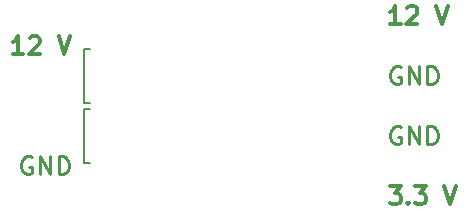
<source format=gbr>
G04 #@! TF.FileFunction,Other,ECO2*
%FSLAX46Y46*%
G04 Gerber Fmt 4.6, Leading zero omitted, Abs format (unit mm)*
G04 Created by KiCad (PCBNEW 4.0.7) date 04/01/18 13:37:29*
%MOMM*%
%LPD*%
G01*
G04 APERTURE LIST*
%ADD10C,0.100000*%
%ADD11C,0.200000*%
%ADD12C,0.250000*%
%ADD13C,0.300000*%
G04 APERTURE END LIST*
D10*
D11*
X115824000Y-115316000D02*
X115316000Y-115316000D01*
X115824000Y-105664000D02*
X115316000Y-105664000D01*
X115824000Y-110744000D02*
X115316000Y-110744000D01*
X115316000Y-110236000D02*
X115824000Y-110236000D01*
X115316000Y-105664000D02*
X115316000Y-110236000D01*
X115316000Y-110744000D02*
X115316000Y-115316000D01*
D12*
X110871428Y-114820000D02*
X110728571Y-114748571D01*
X110514285Y-114748571D01*
X110300000Y-114820000D01*
X110157142Y-114962857D01*
X110085714Y-115105714D01*
X110014285Y-115391429D01*
X110014285Y-115605714D01*
X110085714Y-115891429D01*
X110157142Y-116034286D01*
X110300000Y-116177143D01*
X110514285Y-116248571D01*
X110657142Y-116248571D01*
X110871428Y-116177143D01*
X110942857Y-116105714D01*
X110942857Y-115605714D01*
X110657142Y-115605714D01*
X111585714Y-116248571D02*
X111585714Y-114748571D01*
X112442857Y-116248571D01*
X112442857Y-114748571D01*
X113157143Y-116248571D02*
X113157143Y-114748571D01*
X113514286Y-114748571D01*
X113728571Y-114820000D01*
X113871429Y-114962857D01*
X113942857Y-115105714D01*
X114014286Y-115391429D01*
X114014286Y-115605714D01*
X113942857Y-115891429D01*
X113871429Y-116034286D01*
X113728571Y-116177143D01*
X113514286Y-116248571D01*
X113157143Y-116248571D01*
D13*
X110157144Y-106088571D02*
X109300001Y-106088571D01*
X109728573Y-106088571D02*
X109728573Y-104588571D01*
X109585716Y-104802857D01*
X109442858Y-104945714D01*
X109300001Y-105017143D01*
X110728572Y-104731429D02*
X110800001Y-104660000D01*
X110942858Y-104588571D01*
X111300001Y-104588571D01*
X111442858Y-104660000D01*
X111514287Y-104731429D01*
X111585715Y-104874286D01*
X111585715Y-105017143D01*
X111514287Y-105231429D01*
X110657144Y-106088571D01*
X111585715Y-106088571D01*
X113157143Y-104588571D02*
X113657143Y-106088571D01*
X114157143Y-104588571D01*
X141184286Y-117288571D02*
X142112857Y-117288571D01*
X141612857Y-117860000D01*
X141827143Y-117860000D01*
X141970000Y-117931429D01*
X142041429Y-118002857D01*
X142112857Y-118145714D01*
X142112857Y-118502857D01*
X142041429Y-118645714D01*
X141970000Y-118717143D01*
X141827143Y-118788571D01*
X141398571Y-118788571D01*
X141255714Y-118717143D01*
X141184286Y-118645714D01*
X142755714Y-118645714D02*
X142827142Y-118717143D01*
X142755714Y-118788571D01*
X142684285Y-118717143D01*
X142755714Y-118645714D01*
X142755714Y-118788571D01*
X143327143Y-117288571D02*
X144255714Y-117288571D01*
X143755714Y-117860000D01*
X143970000Y-117860000D01*
X144112857Y-117931429D01*
X144184286Y-118002857D01*
X144255714Y-118145714D01*
X144255714Y-118502857D01*
X144184286Y-118645714D01*
X144112857Y-118717143D01*
X143970000Y-118788571D01*
X143541428Y-118788571D01*
X143398571Y-118717143D01*
X143327143Y-118645714D01*
X145827142Y-117288571D02*
X146327142Y-118788571D01*
X146827142Y-117288571D01*
D12*
X142112857Y-112280000D02*
X141970000Y-112208571D01*
X141755714Y-112208571D01*
X141541429Y-112280000D01*
X141398571Y-112422857D01*
X141327143Y-112565714D01*
X141255714Y-112851429D01*
X141255714Y-113065714D01*
X141327143Y-113351429D01*
X141398571Y-113494286D01*
X141541429Y-113637143D01*
X141755714Y-113708571D01*
X141898571Y-113708571D01*
X142112857Y-113637143D01*
X142184286Y-113565714D01*
X142184286Y-113065714D01*
X141898571Y-113065714D01*
X142827143Y-113708571D02*
X142827143Y-112208571D01*
X143684286Y-113708571D01*
X143684286Y-112208571D01*
X144398572Y-113708571D02*
X144398572Y-112208571D01*
X144755715Y-112208571D01*
X144970000Y-112280000D01*
X145112858Y-112422857D01*
X145184286Y-112565714D01*
X145255715Y-112851429D01*
X145255715Y-113065714D01*
X145184286Y-113351429D01*
X145112858Y-113494286D01*
X144970000Y-113637143D01*
X144755715Y-113708571D01*
X144398572Y-113708571D01*
X142112857Y-107200000D02*
X141970000Y-107128571D01*
X141755714Y-107128571D01*
X141541429Y-107200000D01*
X141398571Y-107342857D01*
X141327143Y-107485714D01*
X141255714Y-107771429D01*
X141255714Y-107985714D01*
X141327143Y-108271429D01*
X141398571Y-108414286D01*
X141541429Y-108557143D01*
X141755714Y-108628571D01*
X141898571Y-108628571D01*
X142112857Y-108557143D01*
X142184286Y-108485714D01*
X142184286Y-107985714D01*
X141898571Y-107985714D01*
X142827143Y-108628571D02*
X142827143Y-107128571D01*
X143684286Y-108628571D01*
X143684286Y-107128571D01*
X144398572Y-108628571D02*
X144398572Y-107128571D01*
X144755715Y-107128571D01*
X144970000Y-107200000D01*
X145112858Y-107342857D01*
X145184286Y-107485714D01*
X145255715Y-107771429D01*
X145255715Y-107985714D01*
X145184286Y-108271429D01*
X145112858Y-108414286D01*
X144970000Y-108557143D01*
X144755715Y-108628571D01*
X144398572Y-108628571D01*
D13*
X142112857Y-103548571D02*
X141255714Y-103548571D01*
X141684286Y-103548571D02*
X141684286Y-102048571D01*
X141541429Y-102262857D01*
X141398571Y-102405714D01*
X141255714Y-102477143D01*
X142684285Y-102191429D02*
X142755714Y-102120000D01*
X142898571Y-102048571D01*
X143255714Y-102048571D01*
X143398571Y-102120000D01*
X143470000Y-102191429D01*
X143541428Y-102334286D01*
X143541428Y-102477143D01*
X143470000Y-102691429D01*
X142612857Y-103548571D01*
X143541428Y-103548571D01*
X145112856Y-102048571D02*
X145612856Y-103548571D01*
X146112856Y-102048571D01*
M02*

</source>
